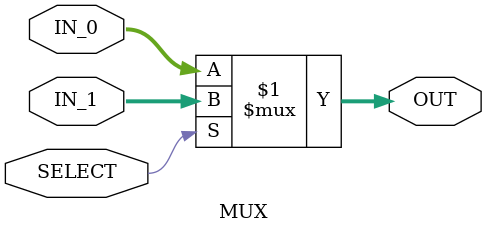
<source format=v>
`timescale 1ns / 1ps


module MUX#(    
    parameter BIT_WIDTH = 8,//k
    parameter N=8)
    (
    input [BIT_WIDTH-1:0] IN_0,
    input [BIT_WIDTH-1:0] IN_1,
    input SELECT,
    output [BIT_WIDTH-1:0] OUT
    );
    assign OUT = (SELECT)?IN_1:IN_0;
    
endmodule

</source>
